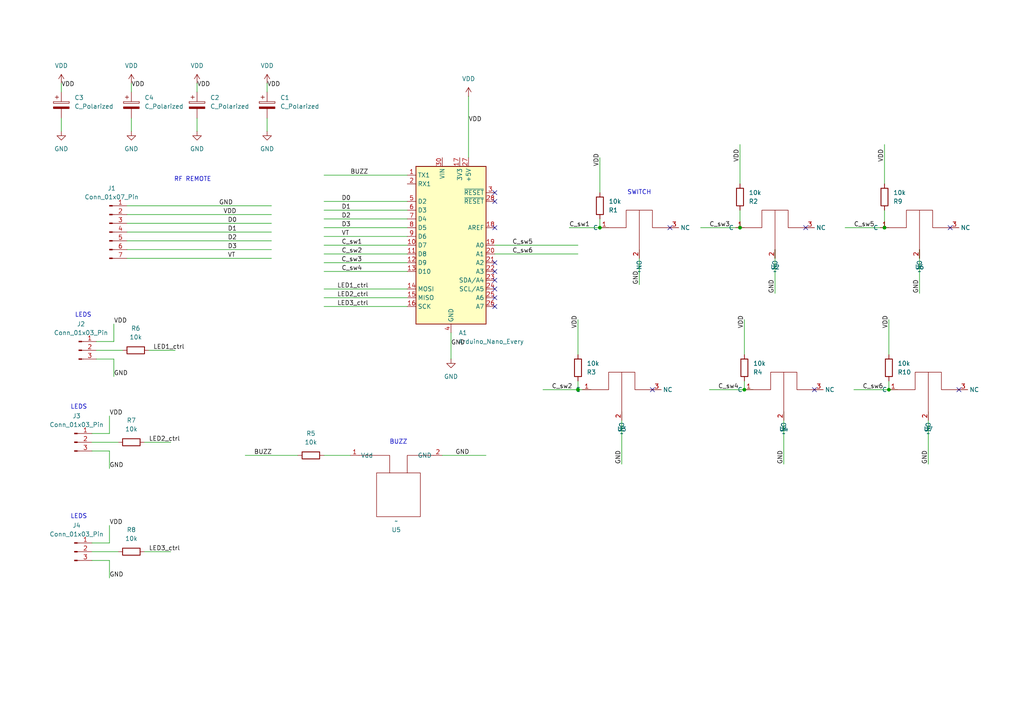
<source format=kicad_sch>
(kicad_sch (version 20231120) (generator "eeschema") (generator_version "8.0")
  (paper "A4")
  (lib_symbols
    (symbol "Connector:Conn_01x03_Pin" (pin_names (offset 1.016) hide)
      (property "Reference" "J" (at 0 5.08 0))
      (property "Value" "Conn_01x03_Pin" (at 0 -5.08 0))
      (symbol "Conn_01x03_Pin_1_1"
        (polyline (pts (xy 1.27 -2.54) (xy 0.8636 -2.54)) (stroke (width 0.1524)))
        (polyline (pts (xy 1.27 0) (xy 0.8636 0)) (stroke (width 0.1524)))
        (polyline (pts (xy 1.27 2.54) (xy 0.8636 2.54)) (stroke (width 0.1524)))
        (rectangle (start 0.8636 -2.413) (end 0 -2.667) (stroke (width 0.1524)) (fill (type outline)))
        (rectangle (start 0.8636 0.127) (end 0 -0.127) (stroke (width 0.1524)) (fill (type outline)))
        (rectangle (start 0.8636 2.667) (end 0 2.413) (stroke (width 0.1524)) (fill (type outline)))
        (pin passive line (at 5.08 2.54 180) (length 3.81) (name "Pin_1") (number "1"))
        (pin passive line (at 5.08 0 180) (length 3.81) (name "Pin_2") (number "2"))
        (pin passive line (at 5.08 -2.54 180) (length 3.81) (name "Pin_3") (number "3"))
      )
    )
    (symbol "Connector:Conn_01x07_Pin" (pin_names (offset 1.016) hide)
      (property "Reference" "J" (at 0 10.16 0))
      (property "Value" "Conn_01x07_Pin" (at 0 -10.16 0))
      (symbol "Conn_01x07_Pin_1_1"
        (polyline (pts (xy 1.27 -7.62) (xy 0.8636 -7.62)) (stroke (width 0.1524)))
        (polyline (pts (xy 1.27 -5.08) (xy 0.8636 -5.08)) (stroke (width 0.1524)))
        (polyline (pts (xy 1.27 -2.54) (xy 0.8636 -2.54)) (stroke (width 0.1524)))
        (polyline (pts (xy 1.27 0) (xy 0.8636 0)) (stroke (width 0.1524)))
        (polyline (pts (xy 1.27 2.54) (xy 0.8636 2.54)) (stroke (width 0.1524)))
        (polyline (pts (xy 1.27 5.08) (xy 0.8636 5.08)) (stroke (width 0.1524)))
        (polyline (pts (xy 1.27 7.62) (xy 0.8636 7.62)) (stroke (width 0.1524)))
        (rectangle (start 0.8636 -7.493) (end 0 -7.747) (stroke (width 0.1524)) (fill (type outline)))
        (rectangle (start 0.8636 -4.953) (end 0 -5.207) (stroke (width 0.1524)) (fill (type outline)))
        (rectangle (start 0.8636 -2.413) (end 0 -2.667) (stroke (width 0.1524)) (fill (type outline)))
        (rectangle (start 0.8636 0.127) (end 0 -0.127) (stroke (width 0.1524)) (fill (type outline)))
        (rectangle (start 0.8636 2.667) (end 0 2.413) (stroke (width 0.1524)) (fill (type outline)))
        (rectangle (start 0.8636 5.207) (end 0 4.953) (stroke (width 0.1524)) (fill (type outline)))
        (rectangle (start 0.8636 7.747) (end 0 7.493) (stroke (width 0.1524)) (fill (type outline)))
        (pin passive line (at 5.08 7.62 180) (length 3.81) (name "Pin_1") (number "1"))
        (pin passive line (at 5.08 5.08 180) (length 3.81) (name "Pin_2") (number "2"))
        (pin passive line (at 5.08 2.54 180) (length 3.81) (name "Pin_3") (number "3"))
        (pin passive line (at 5.08 0 180) (length 3.81) (name "Pin_4") (number "4"))
        (pin passive line (at 5.08 -2.54 180) (length 3.81) (name "Pin_5") (number "5"))
        (pin passive line (at 5.08 -5.08 180) (length 3.81) (name "Pin_6") (number "6"))
        (pin passive line (at 5.08 -7.62 180) (length 3.81) (name "Pin_7") (number "7"))
      )
    )
    (symbol "Device:C_Polarized" (pin_numbers hide) (pin_names (offset 0.254))
      (property "Reference" "C" (at 0.635 2.54 0))
      (property "Value" "C_Polarized" (at 0.635 -2.54 0))
      (symbol "C_Polarized_0_1"
        (rectangle (start -2.286 0.508) (end 2.286 1.016))
        (polyline (pts (xy -1.778 2.286) (xy -0.762 2.286)))
        (polyline (pts (xy -1.27 2.794) (xy -1.27 1.778)))
        (rectangle (start 2.286 -0.508) (end -2.286 -1.016) (fill (type outline)))
      )
      (symbol "C_Polarized_1_1"
        (pin passive line (at 0 3.81 270) (length 2.794) (name "~") (number "1"))
        (pin passive line (at 0 -3.81 90) (length 2.794) (name "~") (number "2"))
      )
    )
    (symbol "Device:R" (pin_numbers hide) (pin_names (offset 0))
      (property "Reference" "R" (at 2.032 0 90))
      (property "Value" "R" (at 0 0 90))
      (symbol "R_0_1"
        (rectangle (start -1.016 -2.54) (end 1.016 2.54) (stroke (width 0.254)))
      )
      (symbol "R_1_1"
        (pin passive line (at 0 3.81 270) (length 1.27) (name "~") (number "1"))
        (pin passive line (at 0 -3.81 90) (length 1.27) (name "~") (number "2"))
      )
    )
    (symbol "MCU_Module:Arduino_Nano_Every"
      (property "Reference" "A" (at -10.16 23.495 0))
      (property "Value" "Arduino_Nano_Every" (at 5.08 -24.13 0))
      (symbol "Arduino_Nano_Every_0_1"
        (rectangle (start -10.16 22.86) (end 10.16 -22.86) (stroke (width 0.254)) (fill (type background)))
      )
      (symbol "Arduino_Nano_Every_1_1"
        (pin bidirectional line (at -12.7 20.32 0) (length 2.54) (name "TX1") (number "1"))
        (pin bidirectional line (at -12.7 0 0) (length 2.54) (name "D7") (number "10"))
        (pin bidirectional line (at -12.7 -2.54 0) (length 2.54) (name "D8") (number "11"))
        (pin bidirectional line (at -12.7 -5.08 0) (length 2.54) (name "D9") (number "12"))
        (pin bidirectional line (at -12.7 -7.62 0) (length 2.54) (name "D10") (number "13"))
        (pin bidirectional line (at -12.7 -12.7 0) (length 2.54) (name "MOSI") (number "14"))
        (pin bidirectional line (at -12.7 -15.24 0) (length 2.54) (name "MISO") (number "15"))
        (pin bidirectional line (at -12.7 -17.78 0) (length 2.54) (name "SCK") (number "16"))
        (pin power_out line (at 2.54 25.4 270) (length 2.54) (name "3V3") (number "17"))
        (pin input line (at 12.7 5.08 180) (length 2.54) (name "AREF") (number "18"))
        (pin bidirectional line (at 12.7 0 180) (length 2.54) (name "A0") (number "19"))
        (pin bidirectional line (at -12.7 17.78 0) (length 2.54) (name "RX1") (number "2"))
        (pin bidirectional line (at 12.7 -2.54 180) (length 2.54) (name "A1") (number "20"))
        (pin bidirectional line (at 12.7 -5.08 180) (length 2.54) (name "A2") (number "21"))
        (pin bidirectional line (at 12.7 -7.62 180) (length 2.54) (name "A3") (number "22"))
        (pin bidirectional line (at 12.7 -10.16 180) (length 2.54) (name "SDA/A4") (number "23"))
        (pin bidirectional line (at 12.7 -12.7 180) (length 2.54) (name "SCL/A5") (number "24"))
        (pin bidirectional line (at 12.7 -15.24 180) (length 2.54) (name "A6") (number "25"))
        (pin bidirectional line (at 12.7 -17.78 180) (length 2.54) (name "A7") (number "26"))
        (pin power_out line (at 5.08 25.4 270) (length 2.54) (name "+5V") (number "27"))
        (pin input line (at 12.7 12.7 180) (length 2.54) (name "~{RESET}") (number "28"))
        (pin passive line (at 0 -25.4 90) (length 2.54) hide (name "GND") (number "29"))
        (pin input line (at 12.7 15.24 180) (length 2.54) (name "~{RESET}") (number "3"))
        (pin power_in line (at -2.54 25.4 270) (length 2.54) (name "VIN") (number "30"))
        (pin power_in line (at 0 -25.4 90) (length 2.54) (name "GND") (number "4"))
        (pin bidirectional line (at -12.7 12.7 0) (length 2.54) (name "D2") (number "5"))
        (pin bidirectional line (at -12.7 10.16 0) (length 2.54) (name "D3") (number "6"))
        (pin bidirectional line (at -12.7 7.62 0) (length 2.54) (name "D4") (number "7"))
        (pin bidirectional line (at -12.7 5.08 0) (length 2.54) (name "D5") (number "8"))
        (pin bidirectional line (at -12.7 2.54 0) (length 2.54) (name "D6") (number "9"))
      )
    )
    (symbol "Toy_needed_stuff:Buzz_PS1240"
      (property "Reference" "U" (at 0 0 0))
      (symbol "Buzz_PS1240_0_1"
        (rectangle (start -5.08 -5.08) (end 7.62 -17.78))
        (polyline (pts (xy -1.27 -17.78) (xy -1.27 -22.86) (xy -10.16 -22.86)))
        (polyline (pts (xy 3.81 -17.78) (xy 3.81 -22.86) (xy 11.43 -22.86)))
      )
      (symbol "Buzz_PS1240_1_1"
        (pin input line (at -12.7 -22.86 0) (length 2.54) (name "Vdd") (number "1"))
        (pin input line (at 13.97 -22.86 180) (length 2.54) (name "GND") (number "2"))
      )
    )
    (symbol "Toy_needed_stuff:SW_toy"
      (property "Reference" "U" (at -3.556 10.922 0))
      (symbol "SW_toy_0_1"
        (polyline (pts (xy 5.08 -5.08) (xy -6.35 -5.08)))
        (polyline (pts (xy 0 3.81) (xy 0 -1.27) (xy 5.08 -1.27) (xy 5.08 -8.89) (xy 0 -8.89) (xy 0 -13.97)))
      )
      (symbol "SW_toy_1_1"
        (pin bidirectional line (at 0 3.81 90) (length 2.54) (name "C") (number "1"))
        (pin bidirectional line (at -6.35 -5.08 180) (length 2.54) (name "NO") (number "2"))
        (pin bidirectional line (at 0 -13.97 270) (length 2.54) (name "NC") (number "3"))
      )
    )
    (symbol "power:GND" (power) (pin_numbers hide) (pin_names (offset 0) hide)
      (property "Value" "GND" (at 0 -3.81 0))
      (symbol "GND_0_1"
        (polyline (pts (xy 0 0) (xy 0 -1.27) (xy 1.27 -1.27) (xy 0 -2.54) (xy -1.27 -1.27) (xy 0 -1.27)))
      )
      (symbol "GND_1_1"
        (pin power_in line (at 0 0 270) (length 0) (name "~") (number "1"))
      )
    )
    (symbol "power:VDD" (power) (pin_numbers hide) (pin_names (offset 0) hide)
      (property "Value" "VDD" (at 0 3.556 0))
      (symbol "VDD_0_1"
        (polyline (pts (xy -0.762 1.27) (xy 0 2.54)))
        (polyline (pts (xy 0 0) (xy 0 2.54)))
        (polyline (pts (xy 0 2.54) (xy 0.762 1.27)))
      )
      (symbol "VDD_1_1"
        (pin power_in line (at 0 0 90) (length 0) (name "~") (number "1"))
      )
    )
  )
  (junction (at 257.81 113.03))
  (junction (at 167.64 113.03))
  (junction (at 214.63 66.04))
  (junction (at 215.9 113.03))
  (junction (at 173.99 66.04))
  (junction (at 256.54 66.04))
  (no_connect (at 143.51 78.74))
  (no_connect (at 143.51 81.28))
  (no_connect (at 194.31 66.04))
  (no_connect (at 275.59 66.04))
  (no_connect (at 278.13 113.03))
  (no_connect (at 189.23 113.03))
  (no_connect (at 143.51 88.9))
  (no_connect (at 143.51 76.2))
  (no_connect (at 143.51 66.04))
  (no_connect (at 233.68 66.04))
  (no_connect (at 143.51 83.82))
  (no_connect (at 143.51 55.88))
  (no_connect (at 143.51 86.36))
  (no_connect (at 236.22 113.03))
  (no_connect (at 143.51 58.42))
  (wire (pts (xy 36.83 72.39) (xy 78.74 72.39)))
  (wire (pts (xy 36.83 59.69) (xy 78.74 59.69)))
  (wire (pts (xy 93.98 73.66) (xy 118.11 73.66)))
  (wire (pts (xy 214.63 60.96) (xy 214.63 66.04)))
  (wire (pts (xy 157.48 113.03) (xy 167.64 113.03)))
  (wire (pts (xy 93.98 68.58) (xy 118.11 68.58)))
  (wire (pts (xy 214.63 66.04) (xy 215.9 66.04)))
  (wire (pts (xy 93.98 86.36) (xy 118.11 86.36)))
  (wire (pts (xy 36.83 67.31) (xy 78.74 67.31)))
  (wire (pts (xy 130.81 96.52) (xy 130.81 104.14)))
  (wire (pts (xy 77.47 24.13) (xy 77.47 26.67)))
  (wire (pts (xy 205.74 113.03) (xy 215.9 113.03)))
  (wire (pts (xy 77.47 34.29) (xy 77.47 38.1)))
  (wire (pts (xy 26.67 128.27) (xy 34.29 128.27)))
  (wire (pts (xy 215.9 110.49) (xy 215.9 113.03)))
  (wire (pts (xy 256.54 41.91) (xy 256.54 53.34)))
  (wire (pts (xy 128.27 132.08) (xy 140.97 132.08)))
  (wire (pts (xy 93.98 50.8) (xy 118.11 50.8)))
  (wire (pts (xy 266.7 72.39) (xy 266.7 85.09)))
  (wire (pts (xy 93.98 83.82) (xy 118.11 83.82)))
  (wire (pts (xy 256.54 66.04) (xy 257.81 66.04)))
  (wire (pts (xy 93.98 66.04) (xy 118.11 66.04)))
  (wire (pts (xy 93.98 78.74) (xy 118.11 78.74)))
  (wire (pts (xy 41.91 160.02) (xy 49.53 160.02)))
  (wire (pts (xy 17.78 34.29) (xy 17.78 38.1)))
  (wire (pts (xy 257.81 92.71) (xy 257.81 102.87)))
  (wire (pts (xy 167.64 113.03) (xy 171.45 113.03)))
  (wire (pts (xy 31.75 130.81) (xy 31.75 135.89)))
  (wire (pts (xy 27.94 104.14) (xy 33.02 104.14)))
  (wire (pts (xy 36.83 69.85) (xy 78.74 69.85)))
  (wire (pts (xy 57.15 34.29) (xy 57.15 38.1)))
  (wire (pts (xy 26.67 162.56) (xy 31.75 162.56)))
  (wire (pts (xy 57.15 24.13) (xy 57.15 26.67)))
  (wire (pts (xy 218.44 113.03) (xy 215.9 113.03)))
  (wire (pts (xy 173.99 63.5) (xy 173.99 66.04)))
  (wire (pts (xy 36.83 62.23) (xy 78.74 62.23)))
  (wire (pts (xy 33.02 93.98) (xy 33.02 99.06)))
  (wire (pts (xy 260.35 113.03) (xy 257.81 113.03)))
  (wire (pts (xy 93.98 71.12) (xy 118.11 71.12)))
  (wire (pts (xy 185.42 72.39) (xy 185.42 82.55)))
  (wire (pts (xy 71.12 132.08) (xy 86.36 132.08)))
  (wire (pts (xy 93.98 60.96) (xy 118.11 60.96)))
  (wire (pts (xy 43.18 101.6) (xy 50.8 101.6)))
  (wire (pts (xy 215.9 92.71) (xy 215.9 102.87)))
  (wire (pts (xy 93.98 58.42) (xy 118.11 58.42)))
  (wire (pts (xy 26.67 130.81) (xy 31.75 130.81)))
  (wire (pts (xy 26.67 160.02) (xy 34.29 160.02)))
  (wire (pts (xy 269.24 119.38) (xy 269.24 134.62)))
  (wire (pts (xy 224.79 72.39) (xy 224.79 85.09)))
  (wire (pts (xy 41.91 128.27) (xy 49.53 128.27)))
  (wire (pts (xy 256.54 60.96) (xy 256.54 66.04)))
  (wire (pts (xy 180.34 119.38) (xy 180.34 134.62)))
  (wire (pts (xy 203.2 66.04) (xy 214.63 66.04)))
  (wire (pts (xy 17.78 24.13) (xy 17.78 26.67)))
  (wire (pts (xy 31.75 152.4) (xy 31.75 157.48)))
  (wire (pts (xy 135.89 27.94) (xy 135.89 45.72)))
  (wire (pts (xy 167.64 92.71) (xy 167.64 102.87)))
  (wire (pts (xy 33.02 104.14) (xy 33.02 109.22)))
  (wire (pts (xy 245.11 66.04) (xy 256.54 66.04)))
  (wire (pts (xy 247.65 113.03) (xy 257.81 113.03)))
  (wire (pts (xy 173.99 45.72) (xy 173.99 55.88)))
  (wire (pts (xy 257.81 110.49) (xy 257.81 113.03)))
  (wire (pts (xy 31.75 120.65) (xy 31.75 125.73)))
  (wire (pts (xy 27.94 101.6) (xy 35.56 101.6)))
  (wire (pts (xy 26.67 157.48) (xy 31.75 157.48)))
  (wire (pts (xy 165.1 66.04) (xy 173.99 66.04)))
  (wire (pts (xy 143.51 73.66) (xy 167.64 73.66)))
  (wire (pts (xy 227.33 119.38) (xy 227.33 134.62)))
  (wire (pts (xy 93.98 132.08) (xy 101.6 132.08)))
  (wire (pts (xy 36.83 74.93) (xy 78.74 74.93)))
  (wire (pts (xy 26.67 125.73) (xy 31.75 125.73)))
  (wire (pts (xy 93.98 88.9) (xy 118.11 88.9)))
  (wire (pts (xy 214.63 41.91) (xy 214.63 53.34)))
  (wire (pts (xy 93.98 63.5) (xy 118.11 63.5)))
  (wire (pts (xy 27.94 99.06) (xy 33.02 99.06)))
  (wire (pts (xy 31.75 162.56) (xy 31.75 167.64)))
  (wire (pts (xy 167.64 110.49) (xy 167.64 113.03)))
  (wire (pts (xy 143.51 71.12) (xy 167.64 71.12)))
  (wire (pts (xy 93.98 76.2) (xy 118.11 76.2)))
  (wire (pts (xy 173.99 66.04) (xy 176.53 66.04)))
  (wire (pts (xy 38.1 24.13) (xy 38.1 26.67)))
  (wire (pts (xy 36.83 64.77) (xy 78.74 64.77)))
  (wire (pts (xy 38.1 34.29) (xy 38.1 38.1)))
  (text "LEDS\n" (at 22.86 118.11 0) (effects (font (size 1.27 1.27))))
  (text "RF REMOTE\n" (at 55.88 52.07 0) (effects (font (size 1.27 1.27))))
  (text "BUZZ\n" (at 115.57 128.27 0) (effects (font (size 1.27 1.27))))
  (text "LEDS\n" (at 22.86 149.86 0) (effects (font (size 1.27 1.27))))
  (text "SWITCH\n" (at 185.42 55.88 0) (effects (font (size 1.27 1.27))))
  (text "LEDS\n" (at 24.13 91.44 0) (effects (font (size 1.27 1.27))))
  (label "BUZZ" (at 73.66 132.08 0))
  (label "D2" (at 66.04 69.85 0))
  (label "D3" (at 99.06 66.04 0))
  (label "D0" (at 66.04 64.77 0))
  (label "VDD" (at 64.77 62.23 0))
  (label "GND" (at 31.75 167.64 0))
  (label "GND" (at 269.24 134.62 90))
  (label "VDD" (at 38.1 25.4 0))
  (label "VDD" (at 173.99 48.26 90))
  (label "BUZZ" (at 101.6 50.8 0))
  (label "VDD" (at 167.64 95.25 90))
  (label "GND" (at 227.33 134.62 90))
  (label "GND" (at 132.08 132.08 0))
  (label "VDD" (at 215.9 95.25 90))
  (label "D3" (at 66.04 72.39 0))
  (label "VDD" (at 57.15 25.4 0))
  (label "VDD" (at 135.89 35.56 0))
  (label "C_sw6" (at 148.59 73.66 0))
  (label "D2" (at 99.06 63.5 0))
  (label "D1" (at 99.06 60.96 0))
  (label "LED1_ctrl" (at 97.79 83.82 0))
  (label "C_sw2" (at 99.06 73.66 0))
  (label "D1" (at 66.04 67.31 0))
  (label "LED2_ctrl" (at 97.79 86.36 0))
  (label "GND" (at 33.02 109.22 0))
  (label "C_sw5" (at 148.59 71.12 0))
  (label "GND" (at 266.7 85.09 90))
  (label "GND" (at 130.81 100.33 0))
  (label "C_sw4" (at 99.06 78.74 0))
  (label "GND" (at 63.5 59.69 0))
  (label "VDD" (at 214.63 46.99 90))
  (label "LED2_ctrl" (at 43.18 128.27 0))
  (label "VDD" (at 256.54 46.99 90))
  (label "VDD" (at 77.47 25.4 0))
  (label "C_sw3" (at 99.009 76.2 0))
  (label "C_sw5" (at 247.65 66.04 0))
  (label "C_sw3" (at 205.74 66.04 0))
  (label "GND" (at 224.79 85.09 90))
  (label "VDD" (at 31.75 120.65 0))
  (label "GND" (at 180.34 134.62 90))
  (label "C_sw1" (at 165.1 66.04 0))
  (label "C_sw4" (at 208.28 113.03 0))
  (label "C_sw6" (at 250.19 113.03 0))
  (label "LED3_ctrl" (at 43.18 160.02 0))
  (label "VT" (at 99.06 68.58 0))
  (label "VDD" (at 31.75 152.4 0))
  (label "VDD" (at 17.78 25.4 0))
  (label "C_sw2" (at 160.02 113.03 0))
  (label "GND" (at 185.42 82.55 90))
  (label "LED3_ctrl" (at 97.79 88.9 0))
  (label "C_sw1" (at 99.06 71.12 0))
  (label "D0" (at 99.06 58.42 0))
  (label "LED1_ctrl" (at 44.45 101.6 0))
  (label "VDD" (at 257.81 95.25 90))
  (label "GND" (at 31.75 135.89 0))
  (label "VT" (at 66.04 74.93 0))
  (label "VDD" (at 33.02 93.98 0))
  (symbol (lib_id "Toy_needed_stuff:SW_toy") (at 180.34 66.04 90) (unit 1)
    (property "Reference" "U1" (effects (hide yes)))
    (property "Value" "~" (at 185.42 78.74 90))
    (property "Footprint" "First_cost_Library:switch" (effects (hide yes)))
  )
  (symbol (lib_id "Toy_needed_stuff:Buzz_PS1240") (at 114.3 154.94 0) (mirror x) (unit 1)
    (property "Reference" "U5" (at 114.935 153.67 0))
    (property "Value" "~" (at 114.935 151.13 0))
    (property "Footprint" "First_cost_Library:PS1240" (effects (hide yes)))
  )
  (symbol (lib_id "power:VDD") (at 57.15 24.13 0) (unit 1)
    (property "Reference" "#PWR05" (effects (hide yes)))
    (property "Value" "VDD" (at 57.15 19.05 0))
    (property "Description" "Power symbol creates a global label with name \"VDD\"" (effects (hide yes)))
  )
  (symbol (lib_id "power:GND") (at 17.78 38.1 0) (unit 1)
    (property "Reference" "#PWR08" (effects (hide yes)))
    (property "Value" "GND" (at 17.78 43.18 0))
    (property "Description" "Power symbol creates a global label with name \"GND\" , ground" (effects (hide yes)))
  )
  (symbol (lib_id "power:GND") (at 38.1 38.1 0) (unit 1)
    (property "Reference" "#PWR010" (effects (hide yes)))
    (property "Value" "GND" (at 38.1 43.18 0))
    (property "Description" "Power symbol creates a global label with name \"GND\" , ground" (effects (hide yes)))
  )
  (symbol (lib_id "Device:R") (at 167.64 106.68 0) (mirror x) (unit 1)
    (property "Reference" "R3" (at 170.18 107.9501 0) (effects (justify left)))
    (property "Value" "10k" (at 170.18 105.4101 0) (effects (justify left)))
    (property "Footprint" "Resistor_THT:R_Axial_DIN0207_L6.3mm_D2.5mm_P10.16mm_Horizontal" (effects (hide yes)))
    (property "Description" "Resistor" (effects (hide yes)))
  )
  (symbol (lib_id "Device:C_Polarized") (at 38.1 30.48 0) (unit 1)
    (property "Reference" "C4" (at 41.91 28.3209 0) (effects (justify left)))
    (property "Value" "C_Polarized" (at 41.91 30.8609 0) (effects (justify left)))
    (property "Footprint" "Capacitor_THT:CP_Radial_Tantal_D5.5mm_P5.00mm" (effects (hide yes)))
    (property "Description" "Polarized capacitor" (effects (hide yes)))
  )
  (symbol (lib_id "Device:R") (at 38.1 128.27 270) (mirror x) (unit 1)
    (property "Reference" "R7" (at 38.1 121.92 90))
    (property "Value" "10k" (at 38.1 124.46 90))
    (property "Footprint" "Resistor_THT:R_Axial_DIN0207_L6.3mm_D2.5mm_P10.16mm_Horizontal" (effects (hide yes)))
    (property "Description" "Resistor" (effects (hide yes)))
  )
  (symbol (lib_id "Device:R") (at 38.1 160.02 270) (mirror x) (unit 1)
    (property "Reference" "R8" (at 38.1 153.67 90))
    (property "Value" "10k" (at 38.1 156.21 90))
    (property "Footprint" "Resistor_THT:R_Axial_DIN0207_L6.3mm_D2.5mm_P10.16mm_Horizontal" (effects (hide yes)))
    (property "Description" "Resistor" (effects (hide yes)))
  )
  (symbol (lib_id "Toy_needed_stuff:SW_toy") (at 175.26 113.03 90) (unit 1)
    (property "Reference" "U3" (at 180.34 124.46 90))
    (property "Value" "~" (at 180.34 125.73 90))
    (property "Footprint" "First_cost_Library:switch" (effects (hide yes)))
  )
  (symbol (lib_id "power:VDD") (at 135.89 27.94 0) (unit 1)
    (property "Reference" "#PWR02" (effects (hide yes)))
    (property "Value" "VDD" (at 135.89 22.86 0))
    (property "Description" "Power symbol creates a global label with name \"VDD\"" (effects (hide yes)))
  )
  (symbol (lib_id "Toy_needed_stuff:SW_toy") (at 261.62 66.04 90) (unit 1)
    (property "Reference" "U6" (at 266.7 77.47 90))
    (property "Value" "~" (at 266.7 78.74 90))
    (property "Footprint" "First_cost_Library:switch" (effects (hide yes)))
  )
  (symbol (lib_id "Device:C_Polarized") (at 77.47 30.48 0) (unit 1)
    (property "Reference" "C1" (at 81.28 28.3209 0) (effects (justify left)))
    (property "Value" "C_Polarized" (at 81.28 30.8609 0) (effects (justify left)))
    (property "Footprint" "Capacitor_THT:CP_Radial_Tantal_D5.5mm_P5.00mm" (effects (hide yes)))
    (property "Description" "Polarized capacitor" (effects (hide yes)))
  )
  (symbol (lib_id "Toy_needed_stuff:SW_toy") (at 264.16 113.03 90) (unit 1)
    (property "Reference" "U7" (at 269.24 124.46 90))
    (property "Value" "~" (at 269.24 125.73 90))
    (property "Footprint" "First_cost_Library:switch" (effects (hide yes)))
  )
  (symbol (lib_id "power:VDD") (at 77.47 24.13 0) (unit 1)
    (property "Reference" "#PWR03" (effects (hide yes)))
    (property "Value" "VDD" (at 77.47 19.05 0))
    (property "Description" "Power symbol creates a global label with name \"VDD\"" (effects (hide yes)))
  )
  (symbol (lib_id "Device:R") (at 215.9 106.68 0) (mirror x) (unit 1)
    (property "Reference" "R4" (at 218.44 107.9501 0) (effects (justify left)))
    (property "Value" "10k" (at 218.44 105.4101 0) (effects (justify left)))
    (property "Footprint" "Resistor_THT:R_Axial_DIN0207_L6.3mm_D2.5mm_P10.16mm_Horizontal" (effects (hide yes)))
    (property "Description" "Resistor" (effects (hide yes)))
  )
  (symbol (lib_id "Device:C_Polarized") (at 17.78 30.48 0) (unit 1)
    (property "Reference" "C3" (at 21.59 28.3209 0) (effects (justify left)))
    (property "Value" "C_Polarized" (at 21.59 30.8609 0) (effects (justify left)))
    (property "Footprint" "Capacitor_THT:CP_Radial_Tantal_D5.5mm_P5.00mm" (effects (hide yes)))
    (property "Description" "Polarized capacitor" (effects (hide yes)))
  )
  (symbol (lib_id "Connector:Conn_01x03_Pin") (at 21.59 160.02 0) (unit 1)
    (property "Reference" "J4" (at 22.225 152.4 0))
    (property "Value" "Conn_01x03_Pin" (at 22.225 154.94 0))
    (property "Footprint" "Connector_PinSocket_2.54mm:PinSocket_1x03_P2.54mm_Vertical" (effects (hide yes)))
    (property "Description" "Generic connector, single row, 01x03, script generated" (effects (hide yes)))
  )
  (symbol (lib_id "Toy_needed_stuff:SW_toy") (at 219.71 66.04 90) (unit 1)
    (property "Reference" "U2" (at 224.79 77.47 90))
    (property "Value" "~" (at 224.79 78.74 90))
    (property "Footprint" "First_cost_Library:switch" (effects (hide yes)))
  )
  (symbol (lib_id "power:VDD") (at 38.1 24.13 0) (unit 1)
    (property "Reference" "#PWR09" (effects (hide yes)))
    (property "Value" "VDD" (at 38.1 19.05 0))
    (property "Description" "Power symbol creates a global label with name \"VDD\"" (effects (hide yes)))
  )
  (symbol (lib_id "power:GND") (at 130.81 104.14 0) (unit 1)
    (property "Reference" "#PWR01" (effects (hide yes)))
    (property "Value" "GND" (at 130.81 109.22 0))
    (property "Description" "Power symbol creates a global label with name \"GND\" , ground" (effects (hide yes)))
  )
  (symbol (lib_id "power:GND") (at 77.47 38.1 0) (unit 1)
    (property "Reference" "#PWR04" (effects (hide yes)))
    (property "Value" "GND" (at 77.47 43.18 0))
    (property "Description" "Power symbol creates a global label with name \"GND\" , ground" (effects (hide yes)))
  )
  (symbol (lib_id "power:VDD") (at 17.78 24.13 0) (unit 1)
    (property "Reference" "#PWR07" (effects (hide yes)))
    (property "Value" "VDD" (at 17.78 19.05 0))
    (property "Description" "Power symbol creates a global label with name \"VDD\"" (effects (hide yes)))
  )
  (symbol (lib_id "Connector:Conn_01x03_Pin") (at 22.86 101.6 0) (unit 1)
    (property "Reference" "J2" (at 23.495 93.98 0))
    (property "Value" "Conn_01x03_Pin" (at 23.495 96.52 0))
    (property "Footprint" "Connector_PinSocket_2.54mm:PinSocket_1x03_P2.54mm_Vertical" (effects (hide yes)))
    (property "Description" "Generic connector, single row, 01x03, script generated" (effects (hide yes)))
  )
  (symbol (lib_id "Device:R") (at 39.37 101.6 270) (mirror x) (unit 1)
    (property "Reference" "R6" (at 39.37 95.25 90))
    (property "Value" "10k" (at 39.37 97.79 90))
    (property "Footprint" "Resistor_THT:R_Axial_DIN0207_L6.3mm_D2.5mm_P10.16mm_Horizontal" (effects (hide yes)))
    (property "Description" "Resistor" (effects (hide yes)))
  )
  (symbol (lib_id "Toy_needed_stuff:SW_toy") (at 222.25 113.03 90) (unit 1)
    (property "Reference" "U4" (at 227.33 124.46 90))
    (property "Value" "~" (at 227.33 125.73 90))
    (property "Footprint" "First_cost_Library:switch" (effects (hide yes)))
  )
  (symbol (lib_id "Connector:Conn_01x07_Pin") (at 31.75 67.31 0) (unit 1)
    (property "Reference" "J1" (at 32.385 54.61 0))
    (property "Value" "Conn_01x07_Pin" (at 32.385 57.15 0))
    (property "Footprint" "Connector_PinSocket_2.54mm:PinSocket_1x07_P2.54mm_Vertical" (effects (hide yes)))
    (property "Description" "Generic connector, single row, 01x07, script generated" (effects (hide yes)))
  )
  (symbol (lib_id "Connector:Conn_01x03_Pin") (at 21.59 128.27 0) (unit 1)
    (property "Reference" "J3" (at 22.225 120.65 0))
    (property "Value" "Conn_01x03_Pin" (at 22.225 123.19 0))
    (property "Footprint" "Connector_PinSocket_2.54mm:PinSocket_1x03_P2.54mm_Vertical" (effects (hide yes)))
    (property "Description" "Generic connector, single row, 01x03, script generated" (effects (hide yes)))
  )
  (symbol (lib_id "Device:R") (at 214.63 57.15 0) (mirror x) (unit 1)
    (property "Reference" "R2" (at 217.17 58.4201 0) (effects (justify left)))
    (property "Value" "10k" (at 217.17 55.8801 0) (effects (justify left)))
    (property "Footprint" "Resistor_THT:R_Axial_DIN0207_L6.3mm_D2.5mm_P10.16mm_Horizontal" (effects (hide yes)))
    (property "Description" "Resistor" (effects (hide yes)))
  )
  (symbol (lib_id "Device:R") (at 90.17 132.08 270) (mirror x) (unit 1)
    (property "Reference" "R5" (at 90.17 125.73 90))
    (property "Value" "10k" (at 90.17 128.27 90))
    (property "Footprint" "Resistor_THT:R_Axial_DIN0207_L6.3mm_D2.5mm_P10.16mm_Horizontal" (effects (hide yes)))
    (property "Description" "Resistor" (effects (hide yes)))
  )
  (symbol (lib_id "Device:C_Polarized") (at 57.15 30.48 0) (unit 1)
    (property "Reference" "C2" (at 60.96 28.3209 0) (effects (justify left)))
    (property "Value" "C_Polarized" (at 60.96 30.8609 0) (effects (justify left)))
    (property "Footprint" "Capacitor_THT:CP_Radial_Tantal_D5.5mm_P5.00mm" (effects (hide yes)))
    (property "Description" "Polarized capacitor" (effects (hide yes)))
  )
  (symbol (lib_id "Device:R") (at 256.54 57.15 0) (mirror x) (unit 1)
    (property "Reference" "R9" (at 259.08 58.4201 0) (effects (justify left)))
    (property "Value" "10k" (at 259.08 55.8801 0) (effects (justify left)))
    (property "Footprint" "Resistor_THT:R_Axial_DIN0207_L6.3mm_D2.5mm_P10.16mm_Horizontal" (effects (hide yes)))
    (property "Description" "Resistor" (effects (hide yes)))
  )
  (symbol (lib_id "Device:R") (at 173.99 59.69 0) (mirror x) (unit 1)
    (property "Reference" "R1" (at 176.53 60.9601 0) (effects (justify left)))
    (property "Value" "10k" (at 176.53 58.4201 0) (effects (justify left)))
    (property "Footprint" "Resistor_THT:R_Axial_DIN0207_L6.3mm_D2.5mm_P10.16mm_Horizontal" (effects (hide yes)))
    (property "Description" "Resistor" (effects (hide yes)))
  )
  (symbol (lib_id "power:GND") (at 57.15 38.1 0) (unit 1)
    (property "Reference" "#PWR06" (effects (hide yes)))
    (property "Value" "GND" (at 57.15 43.18 0))
    (property "Description" "Power symbol creates a global label with name \"GND\" , ground" (effects (hide yes)))
  )
  (symbol (lib_id "Device:R") (at 257.81 106.68 0) (mirror x) (unit 1)
    (property "Reference" "R10" (at 260.35 107.9501 0) (effects (justify left)))
    (property "Value" "10k" (at 260.35 105.4101 0) (effects (justify left)))
    (property "Footprint" "Resistor_THT:R_Axial_DIN0207_L6.3mm_D2.5mm_P10.16mm_Horizontal" (effects (hide yes)))
    (property "Description" "Resistor" (effects (hide yes)))
  )
  (symbol (lib_id "MCU_Module:Arduino_Nano_Every") (at 130.81 71.12 0) (unit 1)
    (property "Reference" "A1" (at 133.0041 96.52 0) (effects (justify left)))
    (property "Value" "Arduino_Nano_Every" (at 133.0041 99.06 0) (effects (justify left)))
    (property "Footprint" "Module:Arduino_Nano" (effects (hide yes)))
    (property "Datasheet" "https://content.arduino.cc/assets/NANOEveryV3.0_sch.pdf" (effects (hide yes)))
    (property "Description" "Arduino Nano Every" (effects (hide yes)))
  )
)
</source>
